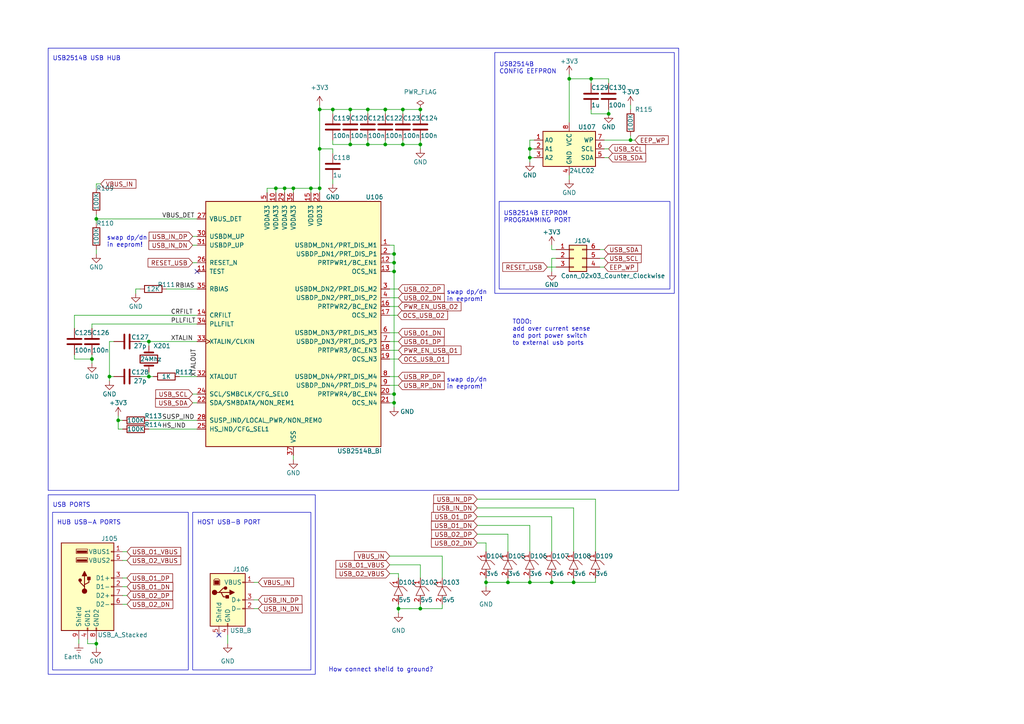
<source format=kicad_sch>
(kicad_sch (version 20231120) (generator "eeschema") (generator_version "8.0")
  (paper "A4")
  (title_block (title "midi-controller") (company "NTDev-Technology"))
  (lib_symbols
    (symbol "Connector:USB_A_Stacked" (pin_names (offset 1.016))
      (property "Reference" "J" (at 0 15.875 0))
      (property "Value" "USB_A_Stacked" (at 0 13.97 0))
      (symbol "USB_A_Stacked_0_1"
        (rectangle (start -7.62 12.7) (end 7.62 -12.7) (stroke (width 0.254)) (fill (type background)))
        (circle (center -2.159 1.905) (radius 0.381) (stroke (width 0.254)) (fill (type outline)))
        (circle (center -0.889 -1.27) (radius 0.635) (stroke (width 0.254)) (fill (type outline)))
        (rectangle (start -0.254 7.366) (end -3.048 7.874) (fill (type outline)))
        (rectangle (start -0.254 9.906) (end -3.048 10.414) (fill (type outline)))
        (rectangle (start -0.127 -12.7) (end 0.127 -11.938))
        (polyline (pts (xy -1.524 3.175) (xy -0.254 3.175) (xy -0.889 4.445) (xy -1.524 3.175)) (stroke (width 0.254)) (fill (type outline)))
        (polyline (pts (xy -0.889 -0.635) (xy -0.889 0) (xy -2.159 1.27) (xy -2.159 1.905)) (stroke (width 0.254)))
        (polyline (pts (xy -0.889 0) (xy -0.889 0.635) (xy 0.381 1.27) (xy 0.381 2.54)) (stroke (width 0.254)))
        (rectangle (start 0 2.794) (end 0.762 2.032) (stroke (width 0.254)) (fill (type outline)))
        (rectangle (start 0 7.112) (end -3.302 8.382))
        (rectangle (start 0 9.652) (end -3.302 10.922))
        (rectangle (start 2.413 -12.7) (end 2.667 -11.938))
        (rectangle (start 7.62 -5.207) (end 6.858 -4.953))
        (rectangle (start 7.62 -2.667) (end 6.858 -2.413))
        (rectangle (start 7.62 -0.127) (end 6.858 0.127))
        (rectangle (start 7.62 2.413) (end 6.858 2.667))
        (rectangle (start 7.62 7.493) (end 6.858 7.747))
        (rectangle (start 7.62 10.033) (end 6.858 10.287))
      )
      (symbol "USB_A_Stacked_1_1"
        (polyline (pts (xy -0.889 0.635) (xy -0.889 3.175)) (stroke (width 0.254)))
        (pin power_in line (at 10.16 10.16 180) (length 2.54) (name "VBUS1") (number "1"))
        (pin bidirectional line (at 10.16 0 180) (length 2.54) (name "D1-") (number "2"))
        (pin bidirectional line (at 10.16 2.54 180) (length 2.54) (name "D1+") (number "3"))
        (pin power_in line (at 0 -15.24 90) (length 2.54) (name "GND1") (number "4"))
        (pin power_in line (at 10.16 7.62 180) (length 2.54) (name "VBUS2") (number "5"))
        (pin bidirectional line (at 10.16 -5.08 180) (length 2.54) (name "D2-") (number "6"))
        (pin bidirectional line (at 10.16 -2.54 180) (length 2.54) (name "D2+") (number "7"))
        (pin power_in line (at 2.54 -15.24 90) (length 2.54) (name "GND2") (number "8"))
        (pin passive line (at -2.54 -15.24 90) (length 2.54) (name "Shield") (number "9"))
      )
    )
    (symbol "Connector:USB_B" (pin_names (offset 1.016))
      (property "Reference" "J" (at -5.08 11.43 0))
      (property "Value" "USB_B" (at -5.08 8.89 0))
      (symbol "USB_B_0_1"
        (rectangle (start -5.08 -7.62) (end 5.08 7.62) (stroke (width 0.254)) (fill (type background)))
        (circle (center -3.81 2.159) (radius 0.635) (stroke (width 0.254)) (fill (type outline)))
        (rectangle (start -3.81 5.588) (end -2.54 4.572) (fill (type outline)))
        (circle (center -0.635 3.429) (radius 0.381) (stroke (width 0.254)) (fill (type outline)))
        (rectangle (start -0.127 -7.62) (end 0.127 -6.858))
        (polyline (pts (xy -1.905 2.159) (xy 0.635 2.159)) (stroke (width 0.254)))
        (polyline (pts (xy -3.175 2.159) (xy -2.54 2.159) (xy -1.27 3.429) (xy -0.635 3.429)) (stroke (width 0.254)))
        (polyline (pts (xy -2.54 2.159) (xy -1.905 2.159) (xy -1.27 0.889) (xy 0 0.889)) (stroke (width 0.254)))
        (polyline (pts (xy 0.635 2.794) (xy 0.635 1.524) (xy 1.905 2.159) (xy 0.635 2.794)) (stroke (width 0.254)) (fill (type outline)))
        (polyline (pts (xy -4.064 4.318) (xy -2.286 4.318) (xy -2.286 5.715) (xy -2.667 6.096) (xy -3.683 6.096) (xy -4.064 5.715) (xy -4.064 4.318)))
        (rectangle (start 0.254 1.27) (end -0.508 0.508) (stroke (width 0.254)) (fill (type outline)))
        (rectangle (start 5.08 -2.667) (end 4.318 -2.413))
        (rectangle (start 5.08 -0.127) (end 4.318 0.127))
        (rectangle (start 5.08 4.953) (end 4.318 5.207))
      )
      (symbol "USB_B_1_1"
        (pin power_out line (at 7.62 5.08 180) (length 2.54) (name "VBUS") (number "1"))
        (pin bidirectional line (at 7.62 -2.54 180) (length 2.54) (name "D-") (number "2"))
        (pin bidirectional line (at 7.62 0 180) (length 2.54) (name "D+") (number "3"))
        (pin power_out line (at 0 -10.16 90) (length 2.54) (name "GND") (number "4"))
        (pin passive line (at -2.54 -10.16 90) (length 2.54) (name "Shield") (number "5"))
      )
    )
    (symbol "Connector_Generic:Conn_02x03_Counter_Clockwise" (pin_names (offset 1.016) hide)
      (property "Reference" "J" (at 1.27 5.08 0))
      (property "Value" "Conn_02x03_Counter_Clockwise" (at 1.27 -5.08 0))
      (symbol "Conn_02x03_Counter_Clockwise_1_1"
        (rectangle (start -1.27 -2.413) (end 0 -2.667) (stroke (width 0.1524)))
        (rectangle (start -1.27 0.127) (end 0 -0.127) (stroke (width 0.1524)))
        (rectangle (start -1.27 2.667) (end 0 2.413) (stroke (width 0.1524)))
        (rectangle (start -1.27 3.81) (end 3.81 -3.81) (stroke (width 0.254)) (fill (type background)))
        (rectangle (start 3.81 -2.413) (end 2.54 -2.667) (stroke (width 0.1524)))
        (rectangle (start 3.81 0.127) (end 2.54 -0.127) (stroke (width 0.1524)))
        (rectangle (start 3.81 2.667) (end 2.54 2.413) (stroke (width 0.1524)))
        (pin passive line (at -5.08 2.54 0) (length 3.81) (name "Pin_1") (number "1"))
        (pin passive line (at -5.08 0 0) (length 3.81) (name "Pin_2") (number "2"))
        (pin passive line (at -5.08 -2.54 0) (length 3.81) (name "Pin_3") (number "3"))
        (pin passive line (at 7.62 -2.54 180) (length 3.81) (name "Pin_4") (number "4"))
        (pin passive line (at 7.62 0 180) (length 3.81) (name "Pin_5") (number "5"))
        (pin passive line (at 7.62 2.54 180) (length 3.81) (name "Pin_6") (number "6"))
      )
    )
    (symbol "Device:C" (pin_numbers hide) (pin_names (offset 0.254))
      (property "Reference" "C" (at 0.635 2.54 0))
      (property "Value" "C" (at 0.635 -2.54 0))
      (symbol "C_0_1"
        (polyline (pts (xy -2.032 -0.762) (xy 2.032 -0.762)) (stroke (width 0.508)))
        (polyline (pts (xy -2.032 0.762) (xy 2.032 0.762)) (stroke (width 0.508)))
      )
      (symbol "C_1_1"
        (pin passive line (at 0 3.81 270) (length 2.794) (name "~") (number "1"))
        (pin passive line (at 0 -3.81 90) (length 2.794) (name "~") (number "2"))
      )
    )
    (symbol "Device:Crystal" (pin_numbers hide) (pin_names (offset 1.016) hide)
      (property "Reference" "Y" (at 0 3.81 0))
      (property "Value" "Crystal" (at 0 -3.81 0))
      (symbol "Crystal_0_1"
        (rectangle (start -1.143 2.54) (end 1.143 -2.54) (stroke (width 0.3048)))
        (polyline (pts (xy -2.54 0) (xy -1.905 0)))
        (polyline (pts (xy -1.905 -1.27) (xy -1.905 1.27)) (stroke (width 0.508)))
        (polyline (pts (xy 1.905 -1.27) (xy 1.905 1.27)) (stroke (width 0.508)))
        (polyline (pts (xy 2.54 0) (xy 1.905 0)))
      )
      (symbol "Crystal_1_1"
        (pin passive line (at -3.81 0 0) (length 1.27) (name "1") (number "1"))
        (pin passive line (at 3.81 0 180) (length 1.27) (name "2") (number "2"))
      )
    )
    (symbol "Device:R" (pin_numbers hide) (pin_names (offset 0))
      (property "Reference" "R" (at 2.032 0 90))
      (property "Value" "R" (at 0 0 90))
      (symbol "R_0_1"
        (rectangle (start -1.016 -2.54) (end 1.016 2.54) (stroke (width 0.254)))
      )
      (symbol "R_1_1"
        (pin passive line (at 0 3.81 270) (length 1.27) (name "~") (number "1"))
        (pin passive line (at 0 -3.81 90) (length 1.27) (name "~") (number "2"))
      )
    )
    (symbol "ESD321_1" (pin_names hide)
      (property "Reference" "D" (at 0.762 2.286 0))
      (property "Value" "3v6" (at 1.778 -2.286 0))
      (symbol "ESD321_1_0_0"
        (pin bidirectional line (at 0 3.81 270) (length 2.54) (name "IO") (number "1"))
        (pin power_in line (at 0 -3.81 90) (length 2.54) (name "GND") (number "2"))
      )
      (symbol "ESD321_1_0_1"
        (polyline (pts (xy 0 1.27) (xy 0 1.27)))
        (polyline (pts (xy 0 3.81) (xy 0 3.81)))
        (polyline (pts (xy -2.54 2.54) (xy -1.27 1.27) (xy 1.27 1.27) (xy 2.54 0)))
        (polyline (pts (xy -1.27 -1.27) (xy 1.27 -1.27) (xy 0 1.27) (xy -1.27 -1.27)))
      )
    )
    (symbol "ESD321_2" (pin_names hide)
      (property "Reference" "D" (at 0.762 2.286 0))
      (property "Value" "3v6" (at 1.778 -2.286 0))
      (symbol "ESD321_2_0_0"
        (pin bidirectional line (at 0 3.81 270) (length 2.54) (name "IO") (number "1"))
        (pin power_in line (at 0 -3.81 90) (length 2.54) (name "GND") (number "2"))
      )
      (symbol "ESD321_2_0_1"
        (polyline (pts (xy 0 1.27) (xy 0 1.27)))
        (polyline (pts (xy 0 3.81) (xy 0 3.81)))
        (polyline (pts (xy -2.54 2.54) (xy -1.27 1.27) (xy 1.27 1.27) (xy 2.54 0)))
        (polyline (pts (xy -1.27 -1.27) (xy 1.27 -1.27) (xy 0 1.27) (xy -1.27 -1.27)))
      )
    )
    (symbol "ESD321_3" (pin_names hide)
      (property "Reference" "D" (at 0.762 2.286 0))
      (property "Value" "3v6" (at 1.778 -2.286 0))
      (symbol "ESD321_3_0_0"
        (pin bidirectional line (at 0 3.81 270) (length 2.54) (name "IO") (number "1"))
        (pin power_in line (at 0 -3.81 90) (length 2.54) (name "GND") (number "2"))
      )
      (symbol "ESD321_3_0_1"
        (polyline (pts (xy 0 1.27) (xy 0 1.27)))
        (polyline (pts (xy 0 3.81) (xy 0 3.81)))
        (polyline (pts (xy -2.54 2.54) (xy -1.27 1.27) (xy 1.27 1.27) (xy 2.54 0)))
        (polyline (pts (xy -1.27 -1.27) (xy 1.27 -1.27) (xy 0 1.27) (xy -1.27 -1.27)))
      )
    )
    (symbol "ESD441_1" (pin_names hide)
      (property "Reference" "D" (at 0.762 2.286 0))
      (property "Value" "5v5" (at 1.778 -2.286 0))
      (symbol "ESD441_1_0_0"
        (pin bidirectional line (at 0 3.81 270) (length 2.54) (name "IO") (number "1"))
        (pin power_in line (at 0 -3.81 90) (length 2.54) (name "GND") (number "2"))
      )
      (symbol "ESD441_1_0_1"
        (polyline (pts (xy 0 1.27) (xy 0 1.27)))
        (polyline (pts (xy 0 3.81) (xy 0 3.81)))
        (polyline (pts (xy -2.54 2.54) (xy -1.27 1.27) (xy 1.27 1.27) (xy 2.54 0)))
        (polyline (pts (xy -1.27 -1.27) (xy 1.27 -1.27) (xy 0 1.27) (xy -1.27 -1.27)))
      )
    )
    (symbol "Interface_USB:USB2514B_Bi" (pin_names (offset 1.016))
      (property "Reference" "U3" (at 21.59 36.83 0))
      (property "Value" "USB2514B_Bi" (at 12.7 -36.83 0))
      (symbol "USB2514B_Bi_0_1"
        (rectangle (start -25.4 35.56) (end 25.4 -35.56) (stroke (width 0.254)) (fill (type background)))
      )
      (symbol "USB2514B_Bi_1_1"
        (pin bidirectional line (at 27.94 22.86 180) (length 2.54) (name "USBDM_DN1/PRT_DIS_M1") (number "1"))
        (pin power_in line (at -5.08 38.1 270) (length 2.54) (name "VDDA33") (number "10"))
        (pin input line (at -27.94 15.24 0) (length 2.54) (name "TEST") (number "11"))
        (pin bidirectional line (at 27.94 17.78 180) (length 2.54) (name "PRTPWR1/BC_EN1") (number "12"))
        (pin input line (at 27.94 15.24 180) (length 2.54) (name "OCS_N1") (number "13"))
        (pin input line (at -27.94 2.54 0) (length 2.54) (name "CRFILT") (number "14"))
        (pin power_in line (at 5.08 38.1 270) (length 2.54) (name "VDD33") (number "15"))
        (pin bidirectional line (at 27.94 5.08 180) (length 2.54) (name "PRTPWR2/BC_EN2") (number "16"))
        (pin input line (at 27.94 2.54 180) (length 2.54) (name "OCS_N2") (number "17"))
        (pin bidirectional line (at 27.94 -7.62 180) (length 2.54) (name "PRTPWR3/BC_EN3") (number "18"))
        (pin input line (at 27.94 -10.16 180) (length 2.54) (name "OCS_N3") (number "19"))
        (pin bidirectional line (at 27.94 20.32 180) (length 2.54) (name "USBDP_DN1/PRT_DIS_P1") (number "2"))
        (pin bidirectional line (at 27.94 -20.32 180) (length 2.54) (name "PRTPWR4/BC_EN4") (number "20"))
        (pin input line (at 27.94 -22.86 180) (length 2.54) (name "OCS_N4") (number "21"))
        (pin bidirectional line (at -27.94 -22.86 0) (length 2.54) (name "SDA/SMBDATA/NON_REM1") (number "22"))
        (pin power_in line (at 7.62 38.1 270) (length 2.54) (name "VDD33") (number "23"))
        (pin bidirectional line (at -27.94 -20.32 0) (length 2.54) (name "SCL/SMBCLK/CFG_SEL0") (number "24"))
        (pin bidirectional line (at -27.94 -30.48 0) (length 2.54) (name "HS_IND/CFG_SEL1") (number "25"))
        (pin input line (at -27.94 17.78 0) (length 2.54) (name "RESET_N") (number "26"))
        (pin input line (at -27.94 30.48 0) (length 2.54) (name "VBUS_DET") (number "27"))
        (pin bidirectional line (at -27.94 -27.94 0) (length 2.54) (name "SUSP_IND/LOCAL_PWR/NON_REM0") (number "28"))
        (pin power_in line (at -2.54 38.1 270) (length 2.54) (name "VDDA33") (number "29"))
        (pin bidirectional line (at 27.94 10.16 180) (length 2.54) (name "USBDM_DN2/PRT_DIS_M2") (number "3"))
        (pin bidirectional line (at -27.94 25.4 0) (length 2.54) (name "USBDM_UP") (number "30"))
        (pin bidirectional line (at -27.94 22.86 0) (length 2.54) (name "USBDP_UP") (number "31"))
        (pin output line (at -27.94 -15.24 0) (length 2.54) (name "XTALOUT") (number "32"))
        (pin input clock (at -27.94 -5.08 0) (length 2.54) (name "XTALIN/CLKIN") (number "33"))
        (pin input line (at -27.94 0 0) (length 2.54) (name "PLLFILT") (number "34"))
        (pin input line (at -27.94 10.16 0) (length 2.54) (name "RBIAS") (number "35"))
        (pin power_in line (at 0 38.1 270) (length 2.54) (name "VDDA33") (number "36"))
        (pin power_in line (at 0 -38.1 90) (length 2.54) (name "VSS") (number "37"))
        (pin bidirectional line (at 27.94 7.62 180) (length 2.54) (name "USBDP_DN2/PRT_DIS_P2") (number "4"))
        (pin power_in line (at -7.62 38.1 270) (length 2.54) (name "VDDA33") (number "5"))
        (pin bidirectional line (at 27.94 -2.54 180) (length 2.54) (name "USBDM_DN3/PRT_DIS_M3") (number "6"))
        (pin bidirectional line (at 27.94 -5.08 180) (length 2.54) (name "USBDP_DN3/PRT_DIS_P3") (number "7"))
        (pin bidirectional line (at 27.94 -15.24 180) (length 2.54) (name "USBDM_DN4/PRT_DIS_M4") (number "8"))
        (pin bidirectional line (at 27.94 -17.78 180) (length 2.54) (name "USBDP_DN4/PRT_DIS_P4") (number "9"))
      )
    )
    (symbol "Memory_EEPROM:24LC02"
      (property "Reference" "U4" (at 2.1941 10.16 0))
      (property "Value" "24LC02" (at 2.1941 7.62 0))
      (symbol "24LC02_1_1"
        (rectangle (start -7.62 5.08) (end 7.62 -5.08) (stroke (width 0.254)) (fill (type background)))
        (pin input line (at -10.16 2.54 0) (length 2.54) (name "A0") (number "1"))
        (pin input line (at -10.16 0 0) (length 2.54) (name "A1") (number "2"))
        (pin input line (at -10.16 -2.54 0) (length 2.54) (name "A2") (number "3"))
        (pin power_in line (at 0 -7.62 90) (length 2.54) (name "GND") (number "4"))
        (pin bidirectional line (at 10.16 -2.54 180) (length 2.54) (name "SDA") (number "5"))
        (pin input line (at 10.16 0 180) (length 2.54) (name "SCL") (number "6"))
        (pin input line (at 10.16 2.54 180) (length 2.54) (name "WP") (number "7"))
        (pin power_in line (at 0 7.62 270) (length 2.54) (name "VCC") (number "8"))
      )
    )
    (symbol "Personal:ESD321" (pin_names hide)
      (property "Reference" "D" (at 0.762 2.286 0))
      (property "Value" "3v6" (at 1.778 -2.286 0))
      (symbol "ESD321_0_0"
        (pin bidirectional line (at 0 3.81 270) (length 2.54) (name "IO") (number "1"))
        (pin power_in line (at 0 -3.81 90) (length 2.54) (name "GND") (number "2"))
      )
      (symbol "ESD321_0_1"
        (polyline (pts (xy 0 1.27) (xy 0 1.27)))
        (polyline (pts (xy 0 3.81) (xy 0 3.81)))
        (polyline (pts (xy -2.54 2.54) (xy -1.27 1.27) (xy 1.27 1.27) (xy 2.54 0)))
        (polyline (pts (xy -1.27 -1.27) (xy 1.27 -1.27) (xy 0 1.27) (xy -1.27 -1.27)))
      )
    )
    (symbol "Personal:ESD441" (pin_names hide)
      (property "Reference" "D" (at 0.762 2.286 0))
      (property "Value" "5v5" (at 1.778 -2.286 0))
      (symbol "ESD441_0_0"
        (pin bidirectional line (at 0 3.81 270) (length 2.54) (name "IO") (number "1"))
        (pin power_in line (at 0 -3.81 90) (length 2.54) (name "GND") (number "2"))
      )
      (symbol "ESD441_0_1"
        (polyline (pts (xy 0 1.27) (xy 0 1.27)))
        (polyline (pts (xy 0 3.81) (xy 0 3.81)))
        (polyline (pts (xy -2.54 2.54) (xy -1.27 1.27) (xy 1.27 1.27) (xy 2.54 0)))
        (polyline (pts (xy -1.27 -1.27) (xy 1.27 -1.27) (xy 0 1.27) (xy -1.27 -1.27)))
      )
    )
    (symbol "power:+3V3" (power) (pin_names (offset 0))
      (property "Value" "+3V3" (at 0 3.556 0))
      (symbol "+3V3_0_1"
        (polyline (pts (xy -0.762 1.27) (xy 0 2.54)))
        (polyline (pts (xy 0 0) (xy 0 2.54)))
        (polyline (pts (xy 0 2.54) (xy 0.762 1.27)))
      )
      (symbol "+3V3_1_1"
        (pin power_in line (at 0 0 90) (length 0) hide (name "+3V3") (number "1"))
      )
    )
    (symbol "power:Earth" (power) (pin_numbers hide) (pin_names (offset 0) hide)
      (property "Value" "Earth" (at 0 -3.81 0))
      (symbol "Earth_0_1"
        (polyline (pts (xy -0.635 -1.905) (xy 0.635 -1.905)))
        (polyline (pts (xy -0.127 -2.54) (xy 0.127 -2.54)))
        (polyline (pts (xy 0 -1.27) (xy 0 0)))
        (polyline (pts (xy 1.27 -1.27) (xy -1.27 -1.27)))
      )
      (symbol "Earth_1_1"
        (pin power_in line (at 0 0 270) (length 0) (name "~") (number "1"))
      )
    )
    (symbol "power:GND" (power) (pin_names (offset 0))
      (property "Value" "GND" (at 0 -3.81 0))
      (symbol "GND_0_1"
        (polyline (pts (xy 0 0) (xy 0 -1.27) (xy 1.27 -1.27) (xy 0 -2.54) (xy -1.27 -1.27) (xy 0 -1.27)))
      )
      (symbol "GND_1_1"
        (pin power_in line (at 0 0 270) (length 0) hide (name "GND") (number "1"))
      )
    )
    (symbol "power:PWR_FLAG" (power) (pin_numbers hide) (pin_names (offset 0) hide)
      (property "Value" "PWR_FLAG" (at 0 3.81 0))
      (symbol "PWR_FLAG_0_0"
        (pin power_out line (at 0 0 90) (length 0) (name "~") (number "1"))
      )
      (symbol "PWR_FLAG_0_1"
        (polyline (pts (xy 0 0) (xy 0 1.27) (xy -1.016 1.905) (xy 0 2.54) (xy 1.016 1.905) (xy 0 1.27)))
      )
    )
  )
  (junction (at 26.67 104.14))
  (junction (at 115.57 176.53))
  (junction (at 114.3 73.66))
  (junction (at 92.71 43.18))
  (junction (at 114.3 78.74))
  (junction (at 114.3 114.3))
  (junction (at 140.97 168.91))
  (junction (at 116.84 31.75))
  (junction (at 111.76 41.91))
  (junction (at 114.3 116.84))
  (junction (at 43.18 99.06))
  (junction (at 43.18 109.22))
  (junction (at 90.17 54.61))
  (junction (at 114.3 76.2))
  (junction (at 153.67 45.72))
  (junction (at 153.67 168.91))
  (junction (at 92.71 31.75))
  (junction (at 166.37 168.91))
  (junction (at 121.92 176.53))
  (junction (at 27.94 63.5))
  (junction (at 111.76 31.75))
  (junction (at 176.53 33.02))
  (junction (at 160.02 168.91))
  (junction (at 101.6 31.75))
  (junction (at 96.52 31.75))
  (junction (at 106.68 31.75))
  (junction (at 182.88 40.64))
  (junction (at 34.29 121.92))
  (junction (at 82.55 54.61))
  (junction (at 153.67 43.18))
  (junction (at 27.94 186.69))
  (junction (at 80.01 54.61))
  (junction (at 171.45 22.86))
  (junction (at 121.92 31.75))
  (junction (at 147.32 168.91))
  (junction (at 121.92 41.91))
  (junction (at 165.1 22.86))
  (junction (at 92.71 54.61))
  (junction (at 116.84 41.91))
  (junction (at 31.75 109.22))
  (junction (at 101.6 41.91))
  (junction (at 106.68 41.91))
  (junction (at 85.09 54.61))
  (no_connect (at 63.5 184.15))
  (no_connect (at 57.15 78.74))
  (wire (pts (xy 55.88 71.12) (xy 57.15 71.12)))
  (wire (pts (xy 101.6 41.91) (xy 106.68 41.91)))
  (wire (pts (xy 40.64 99.06) (xy 43.18 99.06)))
  (wire (pts (xy 182.88 40.64) (xy 184.15 40.64)))
  (wire (pts (xy 138.43 157.48) (xy 140.97 157.48)))
  (wire (pts (xy 113.03 86.36) (xy 115.57 86.36)))
  (wire (pts (xy 113.03 111.76) (xy 115.57 111.76)))
  (wire (pts (xy 166.37 168.91) (xy 160.02 168.91)))
  (wire (pts (xy 57.15 93.98) (xy 26.67 93.98)))
  (wire (pts (xy 27.94 62.23) (xy 27.94 63.5)))
  (wire (pts (xy 113.03 76.2) (xy 114.3 76.2)))
  (wire (pts (xy 66.04 184.15) (xy 66.04 186.69)))
  (wire (pts (xy 96.52 43.18) (xy 92.71 43.18)))
  (wire (pts (xy 171.45 33.02) (xy 171.45 31.75)))
  (wire (pts (xy 158.75 77.47) (xy 161.29 77.47)))
  (wire (pts (xy 166.37 147.32) (xy 138.43 147.32)))
  (wire (pts (xy 35.56 172.72) (xy 36.83 172.72)))
  (wire (pts (xy 113.03 96.52) (xy 115.57 96.52)))
  (wire (pts (xy 113.03 109.22) (xy 115.57 109.22)))
  (wire (pts (xy 27.94 186.69) (xy 27.94 187.96)))
  (wire (pts (xy 121.92 40.64) (xy 121.92 41.91)))
  (wire (pts (xy 113.03 163.83) (xy 121.92 163.83)))
  (wire (pts (xy 92.71 30.48) (xy 92.71 31.75)))
  (wire (pts (xy 175.26 43.18) (xy 176.53 43.18)))
  (wire (pts (xy 182.88 30.48) (xy 182.88 31.75)))
  (wire (pts (xy 29.21 53.34) (xy 27.94 53.34)))
  (wire (pts (xy 154.94 40.64) (xy 153.67 40.64)))
  (wire (pts (xy 34.29 121.92) (xy 34.29 120.65)))
  (wire (pts (xy 40.64 109.22) (xy 43.18 109.22)))
  (wire (pts (xy 111.76 40.64) (xy 111.76 41.91)))
  (wire (pts (xy 138.43 154.94) (xy 147.32 154.94)))
  (wire (pts (xy 35.56 175.26) (xy 36.83 175.26)))
  (wire (pts (xy 175.26 45.72) (xy 176.53 45.72)))
  (wire (pts (xy 165.1 50.8) (xy 165.1 52.07)))
  (wire (pts (xy 165.1 22.86) (xy 171.45 22.86)))
  (wire (pts (xy 121.92 31.75) (xy 121.92 33.02)))
  (wire (pts (xy 101.6 31.75) (xy 101.6 33.02)))
  (wire (pts (xy 77.47 54.61) (xy 80.01 54.61)))
  (wire (pts (xy 35.56 167.64) (xy 36.83 167.64)))
  (wire (pts (xy 113.03 99.06) (xy 115.57 99.06)))
  (wire (pts (xy 116.84 31.75) (xy 111.76 31.75)))
  (wire (pts (xy 172.72 167.64) (xy 172.72 168.91)))
  (wire (pts (xy 96.52 43.18) (xy 96.52 44.45)))
  (wire (pts (xy 173.99 72.39) (xy 175.26 72.39)))
  (wire (pts (xy 90.17 54.61) (xy 92.71 54.61)))
  (wire (pts (xy 55.88 76.2) (xy 57.15 76.2)))
  (wire (pts (xy 173.99 77.47) (xy 175.26 77.47)))
  (wire (pts (xy 113.03 114.3) (xy 114.3 114.3)))
  (wire (pts (xy 140.97 157.48) (xy 140.97 160.02)))
  (wire (pts (xy 176.53 31.75) (xy 176.53 33.02)))
  (wire (pts (xy 153.67 43.18) (xy 154.94 43.18)))
  (wire (pts (xy 48.26 83.82) (xy 57.15 83.82)))
  (wire (pts (xy 27.94 72.39) (xy 27.94 73.66)))
  (wire (pts (xy 160.02 149.86) (xy 160.02 160.02)))
  (wire (pts (xy 153.67 167.64) (xy 153.67 168.91)))
  (wire (pts (xy 113.03 88.9) (xy 115.57 88.9)))
  (wire (pts (xy 43.18 99.06) (xy 57.15 99.06)))
  (wire (pts (xy 73.66 168.91) (xy 74.93 168.91)))
  (wire (pts (xy 121.92 41.91) (xy 121.92 43.18)))
  (wire (pts (xy 172.72 144.78) (xy 172.72 160.02)))
  (wire (pts (xy 85.09 132.08) (xy 85.09 133.35)))
  (wire (pts (xy 90.17 54.61) (xy 90.17 55.88)))
  (wire (pts (xy 44.45 109.22) (xy 43.18 109.22)))
  (wire (pts (xy 111.76 41.91) (xy 116.84 41.91)))
  (wire (pts (xy 96.52 33.02) (xy 96.52 31.75)))
  (wire (pts (xy 113.03 73.66) (xy 114.3 73.66)))
  (wire (pts (xy 96.52 40.64) (xy 96.52 41.91)))
  (wire (pts (xy 113.03 161.29) (xy 128.27 161.29)))
  (wire (pts (xy 115.57 176.53) (xy 115.57 177.8)))
  (wire (pts (xy 113.03 166.37) (xy 115.57 166.37)))
  (wire (pts (xy 73.66 173.99) (xy 74.93 173.99)))
  (wire (pts (xy 57.15 91.44) (xy 21.59 91.44)))
  (wire (pts (xy 73.66 176.53) (xy 74.93 176.53)))
  (wire (pts (xy 165.1 21.59) (xy 165.1 22.86)))
  (wire (pts (xy 111.76 31.75) (xy 106.68 31.75)))
  (wire (pts (xy 106.68 40.64) (xy 106.68 41.91)))
  (wire (pts (xy 96.52 41.91) (xy 101.6 41.91)))
  (wire (pts (xy 121.92 31.75) (xy 116.84 31.75)))
  (wire (pts (xy 25.4 186.69) (xy 27.94 186.69)))
  (wire (pts (xy 160.02 74.93) (xy 161.29 74.93)))
  (wire (pts (xy 35.56 124.46) (xy 34.29 124.46)))
  (wire (pts (xy 176.53 22.86) (xy 171.45 22.86)))
  (wire (pts (xy 147.32 168.91) (xy 140.97 168.91)))
  (wire (pts (xy 153.67 43.18) (xy 153.67 45.72)))
  (wire (pts (xy 82.55 54.61) (xy 82.55 55.88)))
  (wire (pts (xy 114.3 76.2) (xy 114.3 78.74)))
  (wire (pts (xy 27.94 63.5) (xy 57.15 63.5)))
  (wire (pts (xy 121.92 175.26) (xy 121.92 176.53)))
  (wire (pts (xy 31.75 109.22) (xy 31.75 110.49)))
  (wire (pts (xy 113.03 104.14) (xy 115.57 104.14)))
  (wire (pts (xy 31.75 109.22) (xy 33.02 109.22)))
  (wire (pts (xy 27.94 63.5) (xy 27.94 64.77)))
  (wire (pts (xy 138.43 149.86) (xy 160.02 149.86)))
  (wire (pts (xy 39.37 85.09) (xy 39.37 83.82)))
  (wire (pts (xy 80.01 54.61) (xy 80.01 55.88)))
  (wire (pts (xy 140.97 168.91) (xy 140.97 170.18)))
  (wire (pts (xy 175.26 40.64) (xy 182.88 40.64)))
  (wire (pts (xy 82.55 54.61) (xy 85.09 54.61)))
  (wire (pts (xy 173.99 74.93) (xy 175.26 74.93)))
  (wire (pts (xy 85.09 54.61) (xy 85.09 55.88)))
  (wire (pts (xy 43.18 100.33) (xy 43.18 99.06)))
  (wire (pts (xy 166.37 160.02) (xy 166.37 147.32)))
  (wire (pts (xy 43.18 121.92) (xy 57.15 121.92)))
  (wire (pts (xy 43.18 124.46) (xy 57.15 124.46)))
  (wire (pts (xy 166.37 167.64) (xy 166.37 168.91)))
  (wire (pts (xy 101.6 40.64) (xy 101.6 41.91)))
  (wire (pts (xy 116.84 40.64) (xy 116.84 41.91)))
  (wire (pts (xy 115.57 176.53) (xy 121.92 176.53)))
  (wire (pts (xy 26.67 93.98) (xy 26.67 95.25)))
  (wire (pts (xy 140.97 167.64) (xy 140.97 168.91)))
  (wire (pts (xy 176.53 24.13) (xy 176.53 22.86)))
  (wire (pts (xy 116.84 31.75) (xy 116.84 33.02)))
  (wire (pts (xy 176.53 33.02) (xy 171.45 33.02)))
  (wire (pts (xy 113.03 78.74) (xy 114.3 78.74)))
  (wire (pts (xy 26.67 104.14) (xy 26.67 105.41)))
  (wire (pts (xy 153.67 168.91) (xy 147.32 168.91)))
  (wire (pts (xy 171.45 22.86) (xy 171.45 24.13)))
  (wire (pts (xy 165.1 22.86) (xy 165.1 35.56)))
  (wire (pts (xy 35.56 170.18) (xy 36.83 170.18)))
  (wire (pts (xy 55.88 114.3) (xy 57.15 114.3)))
  (wire (pts (xy 114.3 78.74) (xy 114.3 114.3)))
  (wire (pts (xy 92.71 54.61) (xy 92.71 55.88)))
  (wire (pts (xy 101.6 31.75) (xy 96.52 31.75)))
  (wire (pts (xy 27.94 185.42) (xy 27.94 186.69)))
  (wire (pts (xy 128.27 176.53) (xy 121.92 176.53)))
  (wire (pts (xy 160.02 167.64) (xy 160.02 168.91)))
  (wire (pts (xy 39.37 83.82) (xy 40.64 83.82)))
  (wire (pts (xy 182.88 39.37) (xy 182.88 40.64)))
  (wire (pts (xy 31.75 99.06) (xy 33.02 99.06)))
  (wire (pts (xy 115.57 166.37) (xy 115.57 167.64)))
  (wire (pts (xy 121.92 163.83) (xy 121.92 167.64)))
  (wire (pts (xy 153.67 45.72) (xy 154.94 45.72)))
  (wire (pts (xy 153.67 40.64) (xy 153.67 43.18)))
  (wire (pts (xy 106.68 31.75) (xy 106.68 33.02)))
  (wire (pts (xy 21.59 102.87) (xy 21.59 104.14)))
  (wire (pts (xy 31.75 99.06) (xy 31.75 109.22)))
  (wire (pts (xy 35.56 160.02) (xy 36.83 160.02)))
  (wire (pts (xy 138.43 152.4) (xy 153.67 152.4)))
  (wire (pts (xy 106.68 41.91) (xy 111.76 41.91)))
  (wire (pts (xy 147.32 167.64) (xy 147.32 168.91)))
  (wire (pts (xy 113.03 116.84) (xy 114.3 116.84)))
  (wire (pts (xy 160.02 168.91) (xy 153.67 168.91)))
  (wire (pts (xy 106.68 31.75) (xy 101.6 31.75)))
  (wire (pts (xy 96.52 52.07) (xy 96.52 53.34)))
  (wire (pts (xy 113.03 91.44) (xy 115.316 91.44)))
  (wire (pts (xy 55.88 68.58) (xy 57.15 68.58)))
  (wire (pts (xy 138.43 144.78) (xy 172.72 144.78)))
  (wire (pts (xy 55.88 116.84) (xy 57.15 116.84)))
  (wire (pts (xy 25.4 185.42) (xy 25.4 186.69)))
  (wire (pts (xy 114.3 116.84) (xy 114.3 118.11)))
  (wire (pts (xy 116.84 41.91) (xy 121.92 41.91)))
  (wire (pts (xy 113.03 83.82) (xy 115.57 83.82)))
  (wire (pts (xy 113.03 71.12) (xy 114.3 71.12)))
  (wire (pts (xy 34.29 124.46) (xy 34.29 121.92)))
  (wire (pts (xy 52.07 109.22) (xy 57.15 109.22)))
  (wire (pts (xy 21.59 91.44) (xy 21.59 95.25)))
  (wire (pts (xy 26.67 104.14) (xy 26.67 102.87)))
  (wire (pts (xy 27.94 53.34) (xy 27.94 54.61)))
  (wire (pts (xy 114.3 73.66) (xy 114.3 76.2)))
  (wire (pts (xy 111.76 31.75) (xy 111.76 33.02)))
  (wire (pts (xy 153.67 152.4) (xy 153.67 160.02)))
  (wire (pts (xy 35.56 121.92) (xy 34.29 121.92)))
  (wire (pts (xy 92.71 31.75) (xy 92.71 43.18)))
  (wire (pts (xy 85.09 54.61) (xy 90.17 54.61)))
  (wire (pts (xy 172.72 168.91) (xy 166.37 168.91)))
  (wire (pts (xy 92.71 31.75) (xy 96.52 31.75)))
  (wire (pts (xy 80.01 54.61) (xy 82.55 54.61)))
  (wire (pts (xy 128.27 161.29) (xy 128.27 167.64)))
  (wire (pts (xy 114.3 114.3) (xy 114.3 116.84)))
  (wire (pts (xy 160.02 72.39) (xy 160.02 71.12)))
  (wire (pts (xy 147.32 154.94) (xy 147.32 160.02)))
  (wire (pts (xy 43.18 109.22) (xy 43.18 107.95)))
  (wire (pts (xy 153.67 45.72) (xy 153.67 46.99)))
  (wire (pts (xy 114.3 71.12) (xy 114.3 73.66)))
  (wire (pts (xy 115.57 175.26) (xy 115.57 176.53)))
  (wire (pts (xy 35.56 162.56) (xy 36.83 162.56)))
  (wire (pts (xy 113.03 101.6) (xy 115.57 101.6)))
  (wire (pts (xy 77.47 55.88) (xy 77.47 54.61)))
  (wire (pts (xy 160.02 74.93) (xy 160.02 78.74)))
  (wire (pts (xy 160.02 72.39) (xy 161.29 72.39)))
  (wire (pts (xy 21.59 104.14) (xy 26.67 104.14)))
  (wire (pts (xy 22.86 185.42) (xy 22.86 186.69)))
  (wire (pts (xy 128.27 175.26) (xy 128.27 176.53)))
  (wire (pts (xy 92.71 43.18) (xy 92.71 54.61)))
  (rectangle (start 13.97 143.51) (end 91.44 195.58))
  (rectangle (start 15.24 148.59) (end 54.61 194.31))
  (rectangle (start 55.88 148.59) (end 90.17 194.31))
  (rectangle (start 143.51 15.24) (end 195.58 85.09))
  (rectangle (start 144.78 58.42) (end 194.31 83.82))
  (rectangle (start 13.97 13.97) (end 196.85 142.24))
  (text "TODO:\nadd over current sense\nand port power switch\nto external usb ports" (at 148.59 100.33 0) (effects (font (size 1.27 1.27)) (justify left bottom)))
  (text "USB2514B\nCONFIG EEFPRON" (at 144.78 21.59 0) (effects (font (size 1.27 1.27)) (justify left bottom)))
  (text "USB2514B EEPROM\nPROGRAMMING PORT" (at 146.05 64.77 0) (effects (font (size 1.27 1.27)) (justify left bottom)))
  (text "USB PORTS" (at 15.24 147.32 0) (effects (font (size 1.27 1.27)) (justify left bottom)))
  (text "HOST USB-B PORT" (at 57.15 152.4 0) (effects (font (size 1.27 1.27)) (justify left bottom)))
  (text "swap dp/dn\nin eeprom!" (at 129.54 113.03 0) (effects (font (size 1.27 1.27)) (justify left bottom)))
  (text "HUB USB-A PORTS" (at 16.51 152.4 0) (effects (font (size 1.27 1.27)) (justify left bottom)))
  (text "How connect sheild to ground?" (at 110.49 194.31 0) (effects (font (size 1.27 1.27))))
  (text "swap dp/dn\nin eeprom!" (at 30.988 71.882 0) (effects (font (size 1.27 1.27)) (justify left bottom)))
  (text "swap dp/dn\nin eeprom!" (at 129.54 87.63 0) (effects (font (size 1.27 1.27)) (justify left bottom)))
  (text "USB2514B USB HUB" (at 15.24 17.78 0) (effects (font (size 1.27 1.27)) (justify left bottom)))
  (label "RBIAS" (at 50.8 83.82 0))
  (label "XTALOUT" (at 57.15 109.22 90))
  (label "CRFILT" (at 49.53 91.44 0))
  (label "PLLFILT" (at 49.53 93.98 0))
  (label "VBUS_DET" (at 46.99 63.5 0))
  (label "HS_IND" (at 46.99 124.46 0))
  (label "XTALIN" (at 49.53 99.06 0))
  (label "SUSP_IND" (at 46.99 121.92 0))
  (global_label "USB_O2_DN" (shape input) (at 36.83 175.26 0) (property "Intersheetrefs" "${INTERSHEET_REFS}" (effects (hide yes))))
  (global_label "VBUS_IN" (shape input) (at 29.21 53.34 0) (property "Intersheetrefs" "${INTERSHEET_REFS}" (effects (hide yes))))
  (global_label "OCS_USB_O2" (shape input) (at 115.316 91.44 0) (property "Intersheetrefs" "${INTERSHEET_REFS}" (effects (hide yes))))
  (global_label "USB_O1_DP" (shape input) (at 138.43 149.86 180) (property "Intersheetrefs" "${INTERSHEET_REFS}" (effects (hide yes))))
  (global_label "USB_O1_VBUS" (shape input) (at 36.83 160.02 0) (property "Intersheetrefs" "${INTERSHEET_REFS}" (effects (hide yes))))
  (global_label "USB_SCL" (shape input) (at 55.88 114.3 180) (property "Intersheetrefs" "${INTERSHEET_REFS}" (effects (hide yes))))
  (global_label "USB_O2_DP" (shape input) (at 36.83 172.72 0) (property "Intersheetrefs" "${INTERSHEET_REFS}" (effects (hide yes))))
  (global_label "USB_O1_DN" (shape input) (at 115.57 96.52 0) (property "Intersheetrefs" "${INTERSHEET_REFS}" (effects (hide yes))))
  (global_label "USB_O1_DP" (shape input) (at 115.57 99.06 0) (property "Intersheetrefs" "${INTERSHEET_REFS}" (effects (hide yes))))
  (global_label "USB_SCL" (shape input) (at 175.26 74.93 0) (property "Intersheetrefs" "${INTERSHEET_REFS}" (effects (hide yes))))
  (global_label "USB_O1_DN" (shape input) (at 36.83 170.18 0) (property "Intersheetrefs" "${INTERSHEET_REFS}" (effects (hide yes))))
  (global_label "USB_SDA" (shape input) (at 176.53 45.72 0) (property "Intersheetrefs" "${INTERSHEET_REFS}" (effects (hide yes))))
  (global_label "USB_IN_DP" (shape input) (at 55.88 68.58 180) (property "Intersheetrefs" "${INTERSHEET_REFS}" (effects (hide yes))))
  (global_label "USB_O2_VBUS" (shape input) (at 113.03 166.37 180) (property "Intersheetrefs" "${INTERSHEET_REFS}" (effects (hide yes))))
  (global_label "USB_RP_DP" (shape input) (at 115.57 109.22 0) (property "Intersheetrefs" "${INTERSHEET_REFS}" (effects (hide yes))))
  (global_label "USB_O2_DP" (shape input) (at 115.57 83.82 0) (property "Intersheetrefs" "${INTERSHEET_REFS}" (effects (hide yes))))
  (global_label "USB_O2_DP" (shape input) (at 138.43 154.94 180) (property "Intersheetrefs" "${INTERSHEET_REFS}" (effects (hide yes))))
  (global_label "USB_O2_DN" (shape input) (at 138.43 157.48 180) (property "Intersheetrefs" "${INTERSHEET_REFS}" (effects (hide yes))))
  (global_label "USB_IN_DN" (shape input) (at 55.88 71.12 180) (property "Intersheetrefs" "${INTERSHEET_REFS}" (effects (hide yes))))
  (global_label "RESET_USB" (shape input) (at 55.88 76.2 180) (property "Intersheetrefs" "${INTERSHEET_REFS}" (effects (hide yes))))
  (global_label "USB_SDA" (shape input) (at 175.26 72.39 0) (property "Intersheetrefs" "${INTERSHEET_REFS}" (effects (hide yes))))
  (global_label "USB_RP_DN" (shape input) (at 115.57 111.76 0) (property "Intersheetrefs" "${INTERSHEET_REFS}" (effects (hide yes))))
  (global_label "USB_SDA" (shape input) (at 55.88 116.84 180) (property "Intersheetrefs" "${INTERSHEET_REFS}" (effects (hide yes))))
  (global_label "VBUS_IN" (shape input) (at 74.93 168.91 0) (property "Intersheetrefs" "${INTERSHEET_REFS}" (effects (hide yes))))
  (global_label "USB_IN_DP" (shape input) (at 74.93 173.99 0) (property "Intersheetrefs" "${INTERSHEET_REFS}" (effects (hide yes))))
  (global_label "EEP_WP" (shape input) (at 175.26 77.47 0) (property "Intersheetrefs" "${INTERSHEET_REFS}" (effects (hide yes))))
  (global_label "OCS_USB_O1" (shape input) (at 115.57 104.14 0) (property "Intersheetrefs" "${INTERSHEET_REFS}" (effects (hide yes))))
  (global_label "PWR_EN_USB_O2" (shape input) (at 115.57 88.9 0) (property "Intersheetrefs" "${INTERSHEET_REFS}" (effects (hide yes))))
  (global_label "USB_O2_VBUS" (shape input) (at 36.83 162.56 0) (property "Intersheetrefs" "${INTERSHEET_REFS}" (effects (hide yes))))
  (global_label "EEP_WP" (shape input) (at 184.15 40.64 0) (property "Intersheetrefs" "${INTERSHEET_REFS}" (effects (hide yes))))
  (global_label "USB_IN_DP" (shape input) (at 138.43 144.78 180) (property "Intersheetrefs" "${INTERSHEET_REFS}" (effects (hide yes))))
  (global_label "VBUS_IN" (shape input) (at 113.03 161.29 180) (property "Intersheetrefs" "${INTERSHEET_REFS}" (effects (hide yes))))
  (global_label "RESET_USB" (shape input) (at 158.75 77.47 180) (property "Intersheetrefs" "${INTERSHEET_REFS}" (effects (hide yes))))
  (global_label "USB_O2_DN" (shape input) (at 115.57 86.36 0) (property "Intersheetrefs" "${INTERSHEET_REFS}" (effects (hide yes))))
  (global_label "USB_O1_DN" (shape input) (at 138.43 152.4 180) (property "Intersheetrefs" "${INTERSHEET_REFS}" (effects (hide yes))))
  (global_label "USB_IN_DN" (shape input) (at 138.43 147.32 180) (property "Intersheetrefs" "${INTERSHEET_REFS}" (effects (hide yes))))
  (global_label "USB_IN_DN" (shape input) (at 74.93 176.53 0) (property "Intersheetrefs" "${INTERSHEET_REFS}" (effects (hide yes))))
  (global_label "USB_O1_VBUS" (shape input) (at 113.03 163.83 180) (property "Intersheetrefs" "${INTERSHEET_REFS}" (effects (hide yes))))
  (global_label "USB_O1_DP" (shape input) (at 36.83 167.64 0) (property "Intersheetrefs" "${INTERSHEET_REFS}" (effects (hide yes))))
  (global_label "USB_SCL" (shape input) (at 176.53 43.18 0) (property "Intersheetrefs" "${INTERSHEET_REFS}" (effects (hide yes))))
  (global_label "PWR_EN_USB_O1" (shape input) (at 115.57 101.6 0) (property "Intersheetrefs" "${INTERSHEET_REFS}" (effects (hide yes))))
  (symbol (lib_id "Device:C") (at 21.59 99.06 0) (unit 1)
    (property "Reference" "C125" (at 21.59 96.52 0) (effects (justify left)))
    (property "Value" "100n" (at 21.59 101.6 0) (effects (justify left)))
    (property "Footprint" "Capacitor_SMD:C_0603_1608Metric_Pad1.08x0.95mm_HandSolder" (effects (hide yes)))
  )
  (symbol (lib_id "Device:R") (at 27.94 58.42 0) (unit 1)
    (property "Reference" "R109" (at 27.94 54.61 0) (effects (justify left)))
    (property "Value" "100K" (at 27.94 60.96 90) (effects (justify left)))
    (property "Footprint" "Resistor_SMD:R_0603_1608Metric_Pad0.98x0.95mm_HandSolder" (effects (hide yes)))
  )
  (symbol (lib_id "Device:C") (at 111.76 36.83 0) (unit 1)
    (property "Reference" "C122" (at 111.76 34.29 0) (effects (justify left)))
    (property "Value" "100n" (at 111.76 39.37 0) (effects (justify left)))
    (property "Footprint" "Capacitor_SMD:C_0603_1608Metric_Pad1.08x0.95mm_HandSolder" (effects (hide yes)))
  )
  (symbol (lib_id "Device:C") (at 171.45 27.94 0) (unit 1)
    (property "Reference" "C129" (at 171.45 25.4 0) (effects (justify left)))
    (property "Value" "1u" (at 171.45 30.48 0) (effects (justify left)))
    (property "Footprint" "Capacitor_SMD:C_0603_1608Metric_Pad1.08x0.95mm_HandSolder" (effects (hide yes)))
  )
  (symbol (lib_id "power:GND") (at 115.57 177.8 0) (unit 1)
    (property "Reference" "#PWR0137" (effects (hide yes)))
    (property "Value" "GND" (at 115.57 182.88 0))
  )
  (symbol (lib_id "power:GND") (at 66.04 186.69 0) (unit 1)
    (property "Reference" "#PWR0138" (effects (hide yes)))
    (property "Value" "GND" (at 66.04 191.77 0))
  )
  (symbol (lib_id "power:Earth") (at 22.86 186.69 0) (unit 1)
    (property "Reference" "#PWR0140" (effects (hide yes)))
    (property "Value" "Earth" (at 21.082 190.5 0))
    (property "Description" "Power symbol creates a global label with name \"Earth\"" (effects (hide yes)))
  )
  (symbol (lib_id "power:PWR_FLAG") (at 121.92 31.75 0) (unit 1) (in_bom no) (on_board no)
    (property "Reference" "#FLG0102" (effects (hide yes)))
    (property "Value" "PWR_FLAG" (at 121.92 26.67 0))
    (property "Description" "Special symbol for telling ERC where power comes from" (effects (hide yes)))
  )
  (symbol (lib_id "Device:C") (at 101.6 36.83 0) (unit 1)
    (property "Reference" "C120" (at 101.6 34.29 0) (effects (justify left)))
    (property "Value" "100n" (at 101.6 39.37 0) (effects (justify left)))
    (property "Footprint" "Capacitor_SMD:C_0603_1608Metric_Pad1.08x0.95mm_HandSolder" (effects (hide yes)))
  )
  (symbol (lib_id "Personal:ESD441") (at 128.27 171.45 0) (unit 1)
    (property "Reference" "D103" (at 128.27 168.91 0) (effects (justify left)))
    (property "Value" "5v5" (at 128.27 173.99 0) (effects (justify left)))
    (property "Footprint" "Diode_SMD:D_0201_0603Metric_Pad0.64x0.40mm_HandSolder" (effects (hide yes)))
    (property "Datasheet" "https://www.ti.com/lit/ds/symlink/esd441.pdf?ts=1713946211294&ref_url=https%253A%252F%252Feu.mouser.com%252F" (effects (hide yes)))
  )
  (symbol (lib_id "power:GND") (at 26.67 105.41 0) (unit 1)
    (property "Reference" "#PWR0142" (effects (hide yes)))
    (property "Value" "GND" (at 26.67 109.22 0))
  )
  (symbol (lib_id "Device:R") (at 48.26 109.22 90) (unit 1)
    (property "Reference" "R112" (at 53.34 107.95 90))
    (property "Value" "1K" (at 48.26 109.22 90))
    (property "Footprint" "Resistor_SMD:R_0603_1608Metric_Pad0.98x0.95mm_HandSolder" (effects (hide yes)))
  )
  (symbol (lib_id "Device:C") (at 116.84 36.83 0) (unit 1)
    (property "Reference" "C123" (at 116.84 34.29 0) (effects (justify left)))
    (property "Value" "100n" (at 116.84 39.37 0) (effects (justify left)))
    (property "Footprint" "Capacitor_SMD:C_0603_1608Metric_Pad1.08x0.95mm_HandSolder" (effects (hide yes)))
  )
  (symbol (lib_id "Device:C") (at 96.52 48.26 0) (unit 1)
    (property "Reference" "C118" (at 96.52 45.72 0) (effects (justify left)))
    (property "Value" "1u" (at 96.52 50.8 0) (effects (justify left)))
    (property "Footprint" "Capacitor_SMD:C_0603_1608Metric_Pad1.08x0.95mm_HandSolder" (effects (hide yes)))
  )
  (symbol (lib_name "ESD441_1") (lib_id "Personal:ESD441") (at 115.57 171.45 0) (unit 1)
    (property "Reference" "D101" (at 115.57 168.91 0) (effects (justify left)))
    (property "Value" "5v5" (at 115.57 173.99 0) (effects (justify left)))
    (property "Footprint" "Diode_SMD:D_0201_0603Metric_Pad0.64x0.40mm_HandSolder" (effects (hide yes)))
    (property "Datasheet" "https://www.ti.com/lit/ds/symlink/esd441.pdf?ts=1713946211294&ref_url=https%253A%252F%252Feu.mouser.com%252F" (effects (hide yes)))
  )
  (symbol (lib_id "Device:R") (at 182.88 35.56 0) (unit 1)
    (property "Reference" "R115" (at 184.15 31.75 0) (effects (justify left)))
    (property "Value" "100K" (at 182.88 38.1 90) (effects (justify left)))
    (property "Footprint" "Resistor_SMD:R_0603_1608Metric_Pad0.98x0.95mm_HandSolder" (effects (hide yes)))
  )
  (symbol (lib_id "Interface_USB:USB2514B_Bi") (at 85.09 93.98 0) (unit 1)
    (property "Reference" "U106" (at 106.045 57.15 0) (effects (justify left)))
    (property "Value" "USB2514B_Bi" (at 97.79 130.81 0) (effects (justify left)))
    (property "Footprint" "Package_DFN_QFN:QFN-36-1EP_6x6mm_P0.5mm_EP4.1x4.1mm" (effects (hide yes)))
    (property "Datasheet" "http://ww1.microchip.com/downloads/en/DeviceDoc/00001692C.pdf" (effects (hide yes)))
  )
  (symbol (lib_id "Device:R") (at 27.94 68.58 0) (unit 1)
    (property "Reference" "R110" (at 27.94 64.77 0) (effects (justify left)))
    (property "Value" "100K" (at 27.94 71.12 90) (effects (justify left)))
    (property "Footprint" "Resistor_SMD:R_0603_1608Metric_Pad0.98x0.95mm_HandSolder" (effects (hide yes)))
  )
  (symbol (lib_id "power:+3V3") (at 160.02 71.12 0) (unit 1)
    (property "Reference" "#PWR0131" (effects (hide yes)))
    (property "Value" "+3V3" (at 160.02 67.31 0))
  )
  (symbol (lib_id "Device:C") (at 176.53 27.94 0) (unit 1)
    (property "Reference" "C130" (at 176.53 25.4 0) (effects (justify left)))
    (property "Value" "100n" (at 176.53 30.48 0) (effects (justify left)))
    (property "Footprint" "Capacitor_SMD:C_0603_1608Metric_Pad1.08x0.95mm_HandSolder" (effects (hide yes)))
  )
  (symbol (lib_id "Device:C") (at 36.83 109.22 90) (unit 1)
    (property "Reference" "C128" (at 40.64 107.95 90))
    (property "Value" "27p" (at 40.64 110.49 90))
    (property "Footprint" "Capacitor_SMD:C_0603_1608Metric_Pad1.08x0.95mm_HandSolder" (effects (hide yes)))
  )
  (symbol (lib_id "power:GND") (at 96.52 53.34 0) (unit 1)
    (property "Reference" "#PWR0134" (effects (hide yes)))
    (property "Value" "GND" (at 96.52 57.15 0))
  )
  (symbol (lib_id "power:GND") (at 165.1 52.07 0) (unit 1)
    (property "Reference" "#PWR0148" (effects (hide yes)))
    (property "Value" "GND" (at 165.1 55.88 0))
  )
  (symbol (lib_id "Device:C") (at 121.92 36.83 0) (unit 1)
    (property "Reference" "C124" (at 121.92 34.29 0) (effects (justify left)))
    (property "Value" "100n" (at 121.92 39.37 0) (effects (justify left)))
    (property "Footprint" "Capacitor_SMD:C_0603_1608Metric_Pad1.08x0.95mm_HandSolder" (effects (hide yes)))
  )
  (symbol (lib_id "Personal:ESD321") (at 172.72 163.83 0) (unit 1)
    (property "Reference" "D109" (at 172.72 161.29 0) (effects (justify left)))
    (property "Value" "3v6" (at 172.72 166.37 0) (effects (justify left)))
    (property "Footprint" "Diode_SMD:D_SOD-523" (effects (hide yes)))
    (property "Datasheet" "https://www.ti.com/lit/ds/symlink/esd321.pdf?ts=1713898698647&ref_url=https%253A%252F%252Fwww.mouser.com%252F" (effects (hide yes)))
  )
  (symbol (lib_id "Device:C") (at 106.68 36.83 0) (unit 1)
    (property "Reference" "C121" (at 106.68 34.29 0) (effects (justify left)))
    (property "Value" "100n" (at 106.68 39.37 0) (effects (justify left)))
    (property "Footprint" "Capacitor_SMD:C_0603_1608Metric_Pad1.08x0.95mm_HandSolder" (effects (hide yes)))
  )
  (symbol (lib_id "Connector:USB_A_Stacked") (at 25.4 170.18 0) (unit 1)
    (property "Reference" "J105" (at 31.75 156.21 0))
    (property "Value" "USB_A_Stacked" (at 35.56 184.15 0))
    (property "Footprint" "personal:USB1035_USB-A2_STACKED" (effects (hide yes)))
    (property "Datasheet" " ~" (effects (hide yes)))
  )
  (symbol (lib_name "ESD321_3") (lib_id "Personal:ESD321") (at 153.67 163.83 0) (unit 1)
    (property "Reference" "D106" (at 153.67 161.29 0) (effects (justify left)))
    (property "Value" "3v6" (at 153.67 166.37 0) (effects (justify left)))
    (property "Footprint" "Diode_SMD:D_SOD-523" (effects (hide yes)))
    (property "Datasheet" "https://www.ti.com/lit/ds/symlink/esd321.pdf?ts=1713898698647&ref_url=https%253A%252F%252Fwww.mouser.com%252F" (effects (hide yes)))
  )
  (symbol (lib_name "ESD321_1") (lib_id "Personal:ESD321") (at 140.97 163.83 0) (unit 1)
    (property "Reference" "D104" (at 140.97 161.29 0) (effects (justify left)))
    (property "Value" "3v6" (at 140.97 166.37 0) (effects (justify left)))
    (property "Footprint" "Diode_SMD:D_SOD-523" (effects (hide yes)))
    (property "Datasheet" "https://www.ti.com/lit/ds/symlink/esd321.pdf?ts=1713898698647&ref_url=https%253A%252F%252Fwww.mouser.com%252F" (effects (hide yes)))
  )
  (symbol (lib_id "power:GND") (at 176.53 33.02 0) (unit 1)
    (property "Reference" "#PWR0150" (effects (hide yes)))
    (property "Value" "GND" (at 176.53 36.83 0))
  )
  (symbol (lib_id "Personal:ESD441") (at 121.92 171.45 0) (unit 1)
    (property "Reference" "D102" (at 121.92 168.91 0) (effects (justify left)))
    (property "Value" "5v5" (at 121.92 173.99 0) (effects (justify left)))
    (property "Footprint" "Diode_SMD:D_0201_0603Metric_Pad0.64x0.40mm_HandSolder" (effects (hide yes)))
    (property "Datasheet" "https://www.ti.com/lit/ds/symlink/esd441.pdf?ts=1713946211294&ref_url=https%253A%252F%252Feu.mouser.com%252F" (effects (hide yes)))
  )
  (symbol (lib_id "power:+3V3") (at 165.1 21.59 0) (unit 1)
    (property "Reference" "#PWR0146" (effects (hide yes)))
    (property "Value" "+3V3" (at 165.1 17.78 0))
  )
  (symbol (lib_id "power:GND") (at 39.37 85.09 0) (unit 1)
    (property "Reference" "#PWR0141" (effects (hide yes)))
    (property "Value" "GND" (at 39.37 88.9 0))
  )
  (symbol (lib_id "Device:C") (at 96.52 36.83 0) (unit 1)
    (property "Reference" "C119" (at 96.52 34.29 0) (effects (justify left)))
    (property "Value" "100n" (at 96.52 39.37 0) (effects (justify left)))
    (property "Footprint" "Capacitor_SMD:C_0603_1608Metric_Pad1.08x0.95mm_HandSolder" (effects (hide yes)))
  )
  (symbol (lib_id "Personal:ESD321") (at 160.02 163.83 0) (unit 1)
    (property "Reference" "D107" (at 160.02 161.29 0) (effects (justify left)))
    (property "Value" "3v6" (at 160.02 166.37 0) (effects (justify left)))
    (property "Footprint" "Diode_SMD:D_SOD-523" (effects (hide yes)))
    (property "Datasheet" "https://www.ti.com/lit/ds/symlink/esd321.pdf?ts=1713898698647&ref_url=https%253A%252F%252Fwww.mouser.com%252F" (effects (hide yes)))
  )
  (symbol (lib_id "Memory_EEPROM:24LC02") (at 165.1 43.18 0) (unit 1)
    (property "Reference" "U107" (at 167.64 36.83 0) (effects (justify left)))
    (property "Value" "24LC02" (at 165.1 49.53 0) (effects (justify left)))
    (property "Footprint" "Package_SO:SOP-8_3.9x4.9mm_P1.27mm" (effects (hide yes)))
    (property "Datasheet" "http://ww1.microchip.com/downloads/en/DeviceDoc/21709c.pdf" (effects (hide yes)))
  )
  (symbol (lib_id "power:GND") (at 85.09 133.35 0) (unit 1)
    (property "Reference" "#PWR0133" (effects (hide yes)))
    (property "Value" "GND" (at 85.09 137.16 0))
  )
  (symbol (lib_id "power:+3V3") (at 92.71 30.48 0) (unit 1)
    (property "Reference" "#PWR0145" (effects (hide yes)))
    (property "Value" "+3V3" (at 92.71 25.4 0))
  )
  (symbol (lib_id "Device:R") (at 39.37 121.92 90) (unit 1)
    (property "Reference" "R113" (at 44.45 120.65 90))
    (property "Value" "100K" (at 39.37 121.92 90))
    (property "Footprint" "Resistor_SMD:R_0603_1608Metric_Pad0.98x0.95mm_HandSolder" (effects (hide yes)))
  )
  (symbol (lib_id "power:GND") (at 114.3 118.11 0) (unit 1)
    (property "Reference" "#PWR0129" (effects (hide yes)))
    (property "Value" "GND" (at 118.11 119.38 0))
  )
  (symbol (lib_id "power:GND") (at 121.92 43.18 0) (unit 1)
    (property "Reference" "#PWR0144" (effects (hide yes)))
    (property "Value" "GND" (at 121.92 46.99 0))
  )
  (symbol (lib_id "Connector_Generic:Conn_02x03_Counter_Clockwise") (at 166.37 74.93 0) (unit 1)
    (property "Reference" "J104" (at 168.91 69.85 0))
    (property "Value" "Conn_02x03_Counter_Clockwise" (at 177.8 80.01 0))
    (property "Footprint" "Connector_PinHeader_2.54mm:PinHeader_2x03_P2.54mm_Vertical" (effects (hide yes)))
  )
  (symbol (lib_id "power:GND") (at 31.75 110.49 0) (unit 1)
    (property "Reference" "#PWR0135" (effects (hide yes)))
    (property "Value" "GND" (at 31.75 114.3 0))
  )
  (symbol (lib_id "power:+3V3") (at 182.88 30.48 0) (unit 1)
    (property "Reference" "#PWR0147" (effects (hide yes)))
    (property "Value" "+3V3" (at 182.88 26.67 0))
  )
  (symbol (lib_id "power:+3V3") (at 34.29 120.65 0) (unit 1)
    (property "Reference" "#PWR0132" (effects (hide yes)))
    (property "Value" "+3V3" (at 34.29 116.84 0))
  )
  (symbol (lib_id "Device:R") (at 44.45 83.82 90) (unit 1)
    (property "Reference" "R111" (at 48.26 82.55 90))
    (property "Value" "12K" (at 44.45 83.82 90))
    (property "Footprint" "Resistor_SMD:R_0603_1608Metric_Pad0.98x0.95mm_HandSolder" (effects (hide yes)))
  )
  (symbol (lib_id "power:GND") (at 153.67 46.99 0) (unit 1)
    (property "Reference" "#PWR0149" (effects (hide yes)))
    (property "Value" "GND" (at 153.67 50.8 0))
  )
  (symbol (lib_id "power:GND") (at 160.02 78.74 0) (unit 1)
    (property "Reference" "#PWR0130" (effects (hide yes)))
    (property "Value" "GND" (at 160.02 82.55 0))
  )
  (symbol (lib_id "Device:Crystal") (at 43.18 104.14 90) (unit 1)
    (property "Reference" "X201" (at 44.45 100.33 90) (effects (justify right)))
    (property "Value" "24Mhz" (at 40.64 104.14 90) (effects (justify right)))
    (property "Footprint" "Crystal:Crystal_SMD_HC49-SD" (effects (hide yes)))
  )
  (symbol (lib_id "Personal:ESD321") (at 166.37 163.83 0) (unit 1)
    (property "Reference" "D108" (at 166.37 161.29 0) (effects (justify left)))
    (property "Value" "3v6" (at 166.37 166.37 0) (effects (justify left)))
    (property "Footprint" "Diode_SMD:D_SOD-523" (effects (hide yes)))
    (property "Datasheet" "https://www.ti.com/lit/ds/symlink/esd321.pdf?ts=1713898698647&ref_url=https%253A%252F%252Fwww.mouser.com%252F" (effects (hide yes)))
  )
  (symbol (lib_id "Device:C") (at 26.67 99.06 0) (unit 1)
    (property "Reference" "C126" (at 26.67 96.52 0) (effects (justify left)))
    (property "Value" "100n" (at 26.67 101.6 0) (effects (justify left)))
    (property "Footprint" "Capacitor_SMD:C_0603_1608Metric_Pad1.08x0.95mm_HandSolder" (effects (hide yes)))
  )
  (symbol (lib_name "ESD321_2") (lib_id "Personal:ESD321") (at 147.32 163.83 0) (unit 1)
    (property "Reference" "D105" (at 147.32 161.29 0) (effects (justify left)))
    (property "Value" "3v6" (at 147.32 166.37 0) (effects (justify left)))
    (property "Footprint" "Diode_SMD:D_SOD-523" (effects (hide yes)))
    (property "Datasheet" "https://www.ti.com/lit/ds/symlink/esd321.pdf?ts=1713898698647&ref_url=https%253A%252F%252Fwww.mouser.com%252F" (effects (hide yes)))
  )
  (symbol (lib_id "Device:R") (at 39.37 124.46 90) (unit 1)
    (property "Reference" "R114" (at 44.45 123.19 90))
    (property "Value" "100K" (at 39.37 124.46 90))
    (property "Footprint" "Resistor_SMD:R_0603_1608Metric_Pad0.98x0.95mm_HandSolder" (effects (hide yes)))
  )
  (symbol (lib_id "power:GND") (at 140.97 170.18 0) (unit 1)
    (property "Reference" "#PWR0136" (effects (hide yes)))
    (property "Value" "GND" (at 140.97 175.26 0))
  )
  (symbol (lib_id "Device:C") (at 36.83 99.06 90) (unit 1)
    (property "Reference" "C127" (at 40.64 97.79 90))
    (property "Value" "27p" (at 40.64 100.33 90))
    (property "Footprint" "Capacitor_SMD:C_0603_1608Metric_Pad1.08x0.95mm_HandSolder" (effects (hide yes)))
  )
  (symbol (lib_id "Connector:USB_B") (at 66.04 173.99 0) (unit 1)
    (property "Reference" "J106" (at 69.85 165.1 0))
    (property "Value" "USB_B" (at 69.85 182.88 0))
    (property "Footprint" "Connector_USB:USB_B_OST_USB-B1HSxx_Horizontal" (effects (hide yes)))
    (property "Datasheet" "https://nl.mouser.com/datasheet/2/18/61729-1525137.pdf" (effects (hide yes)))
  )
  (symbol (lib_id "power:GND") (at 27.94 73.66 0) (unit 1)
    (property "Reference" "#PWR0143" (effects (hide yes)))
    (property "Value" "GND" (at 27.94 77.47 0))
  )
  (symbol (lib_id "power:GND") (at 27.94 187.96 0) (unit 1)
    (property "Reference" "#PWR0139" (effects (hide yes)))
    (property "Value" "GND" (at 27.94 191.77 0))
  )
)
</source>
